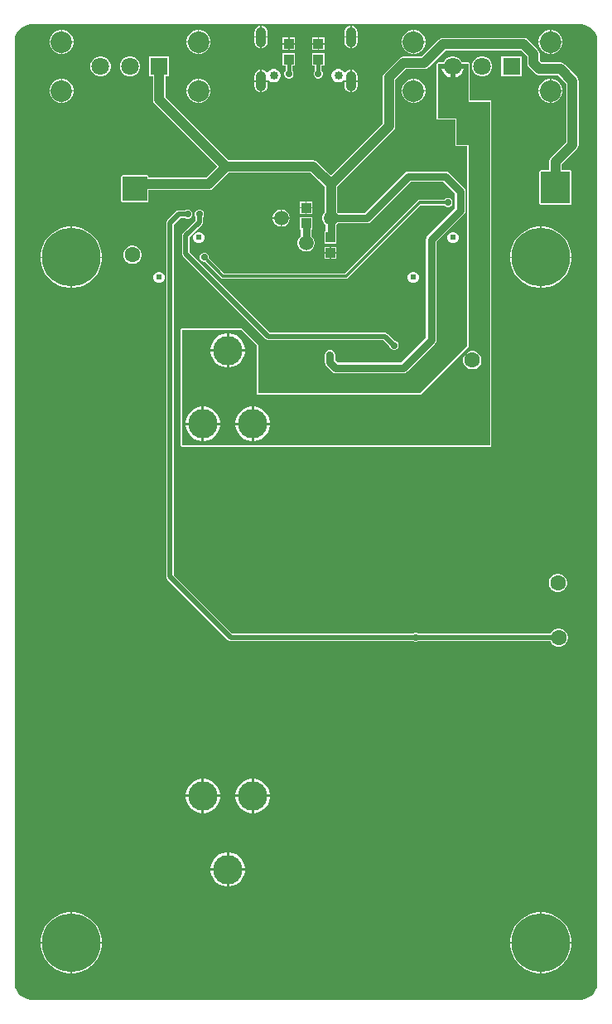
<source format=gbl>
G04*
G04 #@! TF.GenerationSoftware,Altium Limited,Altium Designer,22.2.1 (43)*
G04*
G04 Layer_Physical_Order=2*
G04 Layer_Color=16711680*
%FSLAX44Y44*%
%MOMM*%
G71*
G04*
G04 #@! TF.SameCoordinates,51408D7C-6C8F-4155-A7B7-9BEF84A0B881*
G04*
G04*
G04 #@! TF.FilePolarity,Positive*
G04*
G01*
G75*
%ADD10C,0.2540*%
%ADD11C,0.3000*%
%ADD20R,1.0000X1.0000*%
%ADD51C,0.8000*%
%ADD52C,0.5000*%
%ADD53C,1.0000*%
%ADD55C,0.4000*%
%ADD56C,1.6000*%
%ADD57C,2.2000*%
%ADD58R,1.8000X1.8000*%
%ADD59C,1.8000*%
%ADD60C,1.5000*%
%ADD61C,6.0000*%
%ADD62C,0.6096*%
%ADD63C,3.0000*%
%ADD64O,1.0500X2.0500*%
%ADD65C,0.8500*%
%ADD66C,0.7000*%
G36*
X580000Y997961D02*
X581769D01*
X585239Y997271D01*
X588508Y995917D01*
X591449Y993951D01*
X593951Y991449D01*
X595917Y988508D01*
X597271Y985239D01*
X597961Y981769D01*
X597961Y980000D01*
X597961Y20000D01*
X597961Y18231D01*
X597271Y14761D01*
X595917Y11492D01*
X593951Y8551D01*
X591449Y6049D01*
X588508Y4083D01*
X585239Y2729D01*
X581769Y2039D01*
X18231D01*
X14761Y2729D01*
X11492Y4083D01*
X8551Y6049D01*
X6049Y8551D01*
X4083Y11492D01*
X2729Y14761D01*
X2039Y18231D01*
Y20000D01*
Y980000D01*
Y981769D01*
X2729Y985239D01*
X4083Y988508D01*
X6049Y991449D01*
X8551Y993951D01*
X11492Y995917D01*
X14761Y997271D01*
X18231Y997961D01*
X20000Y997961D01*
X580000Y997961D01*
D02*
G37*
%LPC*%
G36*
X346735Y996493D02*
Y985635D01*
X352676D01*
Y990000D01*
X352452Y991702D01*
X351795Y993288D01*
X350750Y994650D01*
X349388Y995695D01*
X347802Y996352D01*
X346735Y996493D01*
D02*
G37*
G36*
X254535D02*
Y985635D01*
X260476D01*
Y990000D01*
X260252Y991702D01*
X259595Y993288D01*
X258550Y994650D01*
X257188Y995695D01*
X255602Y996352D01*
X254535Y996493D01*
D02*
G37*
G36*
X345465D02*
X344398Y996352D01*
X342812Y995695D01*
X341450Y994650D01*
X340405Y993288D01*
X339748Y991702D01*
X339524Y990000D01*
Y985635D01*
X345465D01*
Y996493D01*
D02*
G37*
G36*
X253265D02*
X252198Y996352D01*
X250612Y995695D01*
X249250Y994650D01*
X248205Y993288D01*
X247548Y991702D01*
X247324Y990000D01*
Y985635D01*
X253265D01*
Y996493D01*
D02*
G37*
G36*
X551615Y992270D02*
X550635D01*
Y980635D01*
X562270D01*
Y981615D01*
X561434Y984736D01*
X559818Y987534D01*
X557534Y989818D01*
X554736Y991434D01*
X551615Y992270D01*
D02*
G37*
G36*
X549365D02*
X548385D01*
X545264Y991434D01*
X542466Y989818D01*
X540182Y987534D01*
X538566Y984736D01*
X537730Y981615D01*
Y980635D01*
X549365D01*
Y992270D01*
D02*
G37*
G36*
X191615D02*
X190635D01*
Y980635D01*
X202270D01*
Y981615D01*
X201434Y984736D01*
X199818Y987534D01*
X197534Y989818D01*
X194736Y991434D01*
X191615Y992270D01*
D02*
G37*
G36*
X189365D02*
X188385D01*
X185264Y991434D01*
X182466Y989818D01*
X180182Y987534D01*
X178566Y984736D01*
X177730Y981615D01*
Y980635D01*
X189365D01*
Y992270D01*
D02*
G37*
G36*
X411615D02*
X410635D01*
Y980635D01*
X422270D01*
Y981615D01*
X421434Y984736D01*
X419818Y987534D01*
X417534Y989818D01*
X414736Y991434D01*
X411615Y992270D01*
D02*
G37*
G36*
X51615D02*
X50635D01*
Y980635D01*
X62270D01*
Y981615D01*
X61434Y984736D01*
X59818Y987534D01*
X57534Y989818D01*
X54736Y991434D01*
X51615Y992270D01*
D02*
G37*
G36*
X409365D02*
X408385D01*
X405264Y991434D01*
X402466Y989818D01*
X400182Y987534D01*
X398566Y984736D01*
X397730Y981615D01*
Y980635D01*
X409365D01*
Y992270D01*
D02*
G37*
G36*
X49365D02*
X48385D01*
X45264Y991434D01*
X42466Y989818D01*
X40181Y987534D01*
X38566Y984736D01*
X37730Y981615D01*
Y980635D01*
X49365D01*
Y992270D01*
D02*
G37*
G36*
X318782Y984270D02*
X313147D01*
Y978635D01*
X318782D01*
Y984270D01*
D02*
G37*
G36*
X288779D02*
X283144D01*
Y978635D01*
X288779D01*
Y984270D01*
D02*
G37*
G36*
X311877D02*
X306242D01*
Y978635D01*
X311877D01*
Y984270D01*
D02*
G37*
G36*
X281874D02*
X276239D01*
Y978635D01*
X281874D01*
Y984270D01*
D02*
G37*
G36*
X345465Y984365D02*
X339524D01*
Y980000D01*
X339748Y978298D01*
X340405Y976712D01*
X341450Y975350D01*
X342812Y974305D01*
X344398Y973648D01*
X345465Y973507D01*
Y984365D01*
D02*
G37*
G36*
X253265D02*
X247324D01*
Y980000D01*
X247548Y978298D01*
X248205Y976712D01*
X249250Y975350D01*
X250612Y974305D01*
X252198Y973648D01*
X253265Y973507D01*
Y984365D01*
D02*
G37*
G36*
X352676D02*
X346735D01*
Y973507D01*
X347802Y973648D01*
X349388Y974305D01*
X350750Y975350D01*
X351795Y976712D01*
X352452Y978298D01*
X352676Y980000D01*
Y984365D01*
D02*
G37*
G36*
X260476D02*
X254535D01*
Y973507D01*
X255602Y973648D01*
X257188Y974305D01*
X258550Y975350D01*
X259595Y976712D01*
X260252Y978298D01*
X260476Y980000D01*
Y984365D01*
D02*
G37*
G36*
X318782Y977365D02*
X313147D01*
Y971730D01*
X318782D01*
Y977365D01*
D02*
G37*
G36*
X311877D02*
X306242D01*
Y971730D01*
X311877D01*
Y977365D01*
D02*
G37*
G36*
X288779D02*
X283144D01*
Y971730D01*
X288779D01*
Y977365D01*
D02*
G37*
G36*
X281874D02*
X276239D01*
Y971730D01*
X281874D01*
Y977365D01*
D02*
G37*
G36*
X562270Y979365D02*
X550635D01*
Y967730D01*
X551615D01*
X554736Y968566D01*
X557534Y970182D01*
X559818Y972466D01*
X561434Y975264D01*
X562270Y978385D01*
Y979365D01*
D02*
G37*
G36*
X549365D02*
X537730D01*
Y978385D01*
X538566Y975264D01*
X540182Y972466D01*
X542466Y970182D01*
X545264Y968566D01*
X548385Y967730D01*
X549365D01*
Y979365D01*
D02*
G37*
G36*
X422270Y979365D02*
X410635D01*
Y967730D01*
X411615D01*
X414736Y968566D01*
X417534Y970182D01*
X419818Y972466D01*
X421434Y975264D01*
X422270Y978385D01*
Y979365D01*
D02*
G37*
G36*
X409365D02*
X397730D01*
Y978385D01*
X398566Y975264D01*
X400182Y972466D01*
X402466Y970182D01*
X405264Y968566D01*
X408385Y967730D01*
X409365D01*
Y979365D01*
D02*
G37*
G36*
X202270Y979365D02*
X190635D01*
Y967730D01*
X191615D01*
X194736Y968566D01*
X197534Y970182D01*
X199818Y972466D01*
X201434Y975264D01*
X202270Y978385D01*
Y979365D01*
D02*
G37*
G36*
X189365D02*
X177730D01*
Y978385D01*
X178566Y975264D01*
X180182Y972466D01*
X182466Y970182D01*
X185264Y968566D01*
X188385Y967730D01*
X189365D01*
Y979365D01*
D02*
G37*
G36*
X62270Y979365D02*
X50635D01*
Y967730D01*
X51615D01*
X54736Y968566D01*
X57534Y970182D01*
X59818Y972466D01*
X61434Y975264D01*
X62270Y978385D01*
Y979365D01*
D02*
G37*
G36*
X49365D02*
X37730D01*
Y978385D01*
X38566Y975264D01*
X40181Y972466D01*
X42466Y970182D01*
X45264Y968566D01*
X48385Y967730D01*
X49365D01*
Y979365D01*
D02*
G37*
G36*
X451352Y965270D02*
X448648D01*
X446036Y964570D01*
X443694Y963218D01*
X441782Y961306D01*
X440430Y958964D01*
X440406Y958875D01*
X437708D01*
X437707Y958875D01*
X437707Y958875D01*
X435000D01*
X434028Y958472D01*
X433625Y957500D01*
Y902000D01*
X434028Y901028D01*
X435000Y900625D01*
X452625D01*
Y875000D01*
X453028Y874028D01*
X454000Y873625D01*
X464625D01*
Y669569D01*
X416431Y621375D01*
X251375D01*
Y670000D01*
X251375Y670000D01*
X250972Y670972D01*
X250972Y670972D01*
X234972Y686972D01*
X234000Y687375D01*
X234000Y687375D01*
X173000Y687375D01*
X172028Y686972D01*
X171625Y686000D01*
Y568000D01*
X172028Y567028D01*
X173000Y566625D01*
X488000D01*
X488972Y567028D01*
X489375Y568000D01*
Y919000D01*
X488972Y919972D01*
X488000Y920375D01*
X467375D01*
Y957500D01*
X466972Y958472D01*
X466000Y958875D01*
X462293D01*
X462293Y958875D01*
X462292Y958875D01*
X459594D01*
X459570Y958964D01*
X458218Y961306D01*
X456306Y963218D01*
X453964Y964570D01*
X451352Y965270D01*
D02*
G37*
G36*
X267894Y952390D02*
X266106D01*
X264379Y951927D01*
X262831Y951033D01*
X261567Y949769D01*
X260862Y948549D01*
X260141Y948400D01*
X259883Y948399D01*
X259433Y948500D01*
X258550Y949650D01*
X257188Y950695D01*
X255602Y951352D01*
X254535Y951493D01*
Y940635D01*
X260476D01*
Y940788D01*
X261012Y941104D01*
X261746Y941251D01*
X262831Y940167D01*
X264379Y939273D01*
X266106Y938810D01*
X267894D01*
X269621Y939273D01*
X271169Y940167D01*
X272433Y941431D01*
X273327Y942979D01*
X273790Y944706D01*
Y946494D01*
X273327Y948221D01*
X272433Y949769D01*
X271169Y951033D01*
X269621Y951927D01*
X267894Y952390D01*
D02*
G37*
G36*
X520270Y965270D02*
X499730D01*
Y944730D01*
X520270D01*
Y965270D01*
D02*
G37*
G36*
X481352D02*
X478648D01*
X476036Y964570D01*
X473694Y963218D01*
X471782Y961306D01*
X470430Y958964D01*
X469730Y956352D01*
Y953648D01*
X470430Y951036D01*
X471782Y948694D01*
X473694Y946782D01*
X476036Y945430D01*
X478648Y944730D01*
X481352D01*
X483964Y945430D01*
X486306Y946782D01*
X488218Y948694D01*
X489570Y951036D01*
X490270Y953648D01*
Y956352D01*
X489570Y958964D01*
X488218Y961306D01*
X486306Y963218D01*
X483964Y964570D01*
X481352Y965270D01*
D02*
G37*
G36*
X121352D02*
X118648D01*
X116036Y964570D01*
X113694Y963218D01*
X111782Y961306D01*
X110430Y958964D01*
X109730Y956352D01*
Y953648D01*
X110430Y951036D01*
X111782Y948694D01*
X113694Y946782D01*
X116036Y945430D01*
X118648Y944730D01*
X121352D01*
X123964Y945430D01*
X126306Y946782D01*
X128218Y948694D01*
X129570Y951036D01*
X130270Y953648D01*
Y956352D01*
X129570Y958964D01*
X128218Y961306D01*
X126306Y963218D01*
X123964Y964570D01*
X121352Y965270D01*
D02*
G37*
G36*
X91352D02*
X88648D01*
X86036Y964570D01*
X83694Y963218D01*
X81782Y961306D01*
X80430Y958964D01*
X79730Y956352D01*
Y953648D01*
X80430Y951036D01*
X81782Y948694D01*
X83694Y946782D01*
X86036Y945430D01*
X88648Y944730D01*
X91352D01*
X93964Y945430D01*
X96306Y946782D01*
X98218Y948694D01*
X99570Y951036D01*
X100270Y953648D01*
Y956352D01*
X99570Y958964D01*
X98218Y961306D01*
X96306Y963218D01*
X93964Y964570D01*
X91352Y965270D01*
D02*
G37*
G36*
X318782Y968270D02*
X306242D01*
Y955730D01*
X309166D01*
Y950912D01*
X308456Y950202D01*
X307730Y948449D01*
Y946551D01*
X308456Y944798D01*
X309798Y943456D01*
X311551Y942730D01*
X313449D01*
X315202Y943456D01*
X316544Y944798D01*
X317270Y946551D01*
Y948449D01*
X316544Y950202D01*
X315834Y950912D01*
Y955730D01*
X318782D01*
Y968270D01*
D02*
G37*
G36*
X288779D02*
X276239D01*
Y955730D01*
X279166D01*
Y950912D01*
X278456Y950202D01*
X277730Y948449D01*
Y946551D01*
X278456Y944798D01*
X279798Y943456D01*
X281551Y942730D01*
X283449D01*
X285202Y943456D01*
X286544Y944798D01*
X287270Y946551D01*
Y948449D01*
X286544Y950202D01*
X285834Y950912D01*
Y955730D01*
X288779D01*
Y968270D01*
D02*
G37*
G36*
X346735Y951493D02*
Y940635D01*
X352676D01*
Y945000D01*
X352452Y946702D01*
X351795Y948288D01*
X350750Y949650D01*
X349388Y950695D01*
X347802Y951352D01*
X346735Y951493D01*
D02*
G37*
G36*
X333894Y952390D02*
X332106D01*
X330379Y951927D01*
X328831Y951033D01*
X327567Y949769D01*
X326673Y948221D01*
X326210Y946494D01*
Y944706D01*
X326673Y942979D01*
X327567Y941431D01*
X328831Y940167D01*
X330379Y939273D01*
X332106Y938810D01*
X333894D01*
X335621Y939273D01*
X337169Y940167D01*
X338254Y941251D01*
X338988Y941104D01*
X339524Y940788D01*
Y940635D01*
X345465D01*
Y951493D01*
X344398Y951352D01*
X342812Y950695D01*
X341450Y949650D01*
X340567Y948500D01*
X340117Y948399D01*
X339859Y948400D01*
X339138Y948549D01*
X338433Y949769D01*
X337169Y951033D01*
X335621Y951927D01*
X333894Y952390D01*
D02*
G37*
G36*
X253265Y951493D02*
X252198Y951352D01*
X250612Y950695D01*
X249250Y949650D01*
X248205Y948288D01*
X247548Y946702D01*
X247324Y945000D01*
Y940635D01*
X253265D01*
Y951493D01*
D02*
G37*
G36*
X551615Y942270D02*
X550635D01*
Y930635D01*
X562270D01*
Y931615D01*
X561434Y934736D01*
X559818Y937534D01*
X557534Y939818D01*
X554736Y941434D01*
X551615Y942270D01*
D02*
G37*
G36*
X549365D02*
X548385D01*
X545264Y941434D01*
X542466Y939818D01*
X540182Y937534D01*
X538566Y934736D01*
X537730Y931615D01*
Y930635D01*
X549365D01*
Y942270D01*
D02*
G37*
G36*
X191615D02*
X190635D01*
Y930635D01*
X202270D01*
Y931615D01*
X201434Y934736D01*
X199818Y937534D01*
X197534Y939818D01*
X194736Y941434D01*
X191615Y942270D01*
D02*
G37*
G36*
X189365D02*
X188385D01*
X185264Y941434D01*
X182466Y939818D01*
X180182Y937534D01*
X178566Y934736D01*
X177730Y931615D01*
Y930635D01*
X189365D01*
Y942270D01*
D02*
G37*
G36*
X411615D02*
X410635D01*
Y930635D01*
X422270D01*
Y931615D01*
X421434Y934736D01*
X419818Y937534D01*
X417534Y939818D01*
X414736Y941434D01*
X411615Y942270D01*
D02*
G37*
G36*
X51615D02*
X50635D01*
Y930635D01*
X62270D01*
Y931615D01*
X61434Y934736D01*
X59818Y937534D01*
X57534Y939818D01*
X54736Y941434D01*
X51615Y942270D01*
D02*
G37*
G36*
X409365D02*
X408385D01*
X405264Y941434D01*
X402466Y939818D01*
X400182Y937534D01*
X398566Y934736D01*
X397730Y931615D01*
Y930635D01*
X409365D01*
Y942270D01*
D02*
G37*
G36*
X49365D02*
X48385D01*
X45264Y941434D01*
X42466Y939818D01*
X40181Y937534D01*
X38566Y934736D01*
X37730Y931615D01*
Y930635D01*
X49365D01*
Y942270D01*
D02*
G37*
G36*
X352676Y939365D02*
X346735D01*
Y928507D01*
X347802Y928648D01*
X349388Y929305D01*
X350750Y930350D01*
X351795Y931712D01*
X352452Y933298D01*
X352676Y935000D01*
Y939365D01*
D02*
G37*
G36*
X260476D02*
X254535D01*
Y928507D01*
X255602Y928648D01*
X257188Y929305D01*
X258550Y930350D01*
X259595Y931712D01*
X260252Y933298D01*
X260476Y935000D01*
Y939365D01*
D02*
G37*
G36*
X345465D02*
X339524D01*
Y935000D01*
X339748Y933298D01*
X340405Y931712D01*
X341450Y930350D01*
X342812Y929305D01*
X344398Y928648D01*
X345465Y928507D01*
Y939365D01*
D02*
G37*
G36*
X253265D02*
X247324D01*
Y935000D01*
X247548Y933298D01*
X248205Y931712D01*
X249250Y930350D01*
X250612Y929305D01*
X252198Y928648D01*
X253265Y928507D01*
Y939365D01*
D02*
G37*
G36*
X562270Y929365D02*
X550635D01*
Y917730D01*
X551615D01*
X554736Y918566D01*
X557534Y920182D01*
X559818Y922466D01*
X561434Y925264D01*
X562270Y928385D01*
Y929365D01*
D02*
G37*
G36*
X549365D02*
X537730D01*
Y928385D01*
X538566Y925264D01*
X540182Y922466D01*
X542466Y920182D01*
X545264Y918566D01*
X548385Y917730D01*
X549365D01*
Y929365D01*
D02*
G37*
G36*
X422270Y929365D02*
X410635D01*
Y917730D01*
X411615D01*
X414736Y918566D01*
X417534Y920182D01*
X419818Y922466D01*
X421434Y925264D01*
X422270Y928385D01*
Y929365D01*
D02*
G37*
G36*
X409365D02*
X397730D01*
Y928385D01*
X398566Y925264D01*
X400182Y922466D01*
X402466Y920182D01*
X405264Y918566D01*
X408385Y917730D01*
X409365D01*
Y929365D01*
D02*
G37*
G36*
X202270Y929365D02*
X190635D01*
Y917730D01*
X191615D01*
X194736Y918566D01*
X197534Y920182D01*
X199818Y922466D01*
X201434Y925264D01*
X202270Y928385D01*
Y929365D01*
D02*
G37*
G36*
X189365D02*
X177730D01*
Y928385D01*
X178566Y925264D01*
X180182Y922466D01*
X182466Y920182D01*
X185264Y918566D01*
X188385Y917730D01*
X189365D01*
Y929365D01*
D02*
G37*
G36*
X62270Y929365D02*
X50635D01*
Y917730D01*
X51615D01*
X54736Y918566D01*
X57534Y920182D01*
X59818Y922466D01*
X61434Y925264D01*
X62270Y928385D01*
Y929365D01*
D02*
G37*
G36*
X49365D02*
X37730D01*
Y928385D01*
X38566Y925264D01*
X40181Y922466D01*
X42466Y920182D01*
X45264Y918566D01*
X48385Y917730D01*
X49365D01*
Y929365D01*
D02*
G37*
G36*
X522500Y983893D02*
X440000D01*
X437554Y983406D01*
X435480Y982020D01*
X418346Y964887D01*
X399352D01*
X396906Y964401D01*
X394832Y963015D01*
X380480Y948662D01*
X379094Y946589D01*
X378607Y944142D01*
Y896848D01*
X325400Y843641D01*
X311730Y857311D01*
X309656Y858697D01*
X307210Y859183D01*
X221189D01*
X156393Y923979D01*
Y944730D01*
X160270D01*
Y965270D01*
X139730D01*
Y944730D01*
X143607D01*
Y921331D01*
X144094Y918885D01*
X145480Y916811D01*
X209500Y852790D01*
X198103Y841393D01*
X138875D01*
Y842500D01*
X138472Y843472D01*
X137500Y843875D01*
X112500D01*
X111528Y843472D01*
X111125Y842500D01*
Y817500D01*
X111528Y816528D01*
X112500Y816125D01*
X137500D01*
X138472Y816528D01*
X138875Y817500D01*
Y828607D01*
X200751D01*
X203197Y829094D01*
X205271Y830480D01*
X221189Y846397D01*
X304562D01*
X319007Y831952D01*
Y806010D01*
X318382Y805385D01*
X317228Y803385D01*
X316630Y801155D01*
Y798845D01*
X317228Y796615D01*
X318382Y794615D01*
X320015Y792982D01*
X320027Y792976D01*
Y786770D01*
X318730D01*
Y774230D01*
X331270D01*
Y786770D01*
X330773D01*
Y792976D01*
X330785Y792982D01*
X332418Y794615D01*
X332425Y794627D01*
X362397D01*
X364453Y795036D01*
X366197Y796200D01*
X407123Y837127D01*
X440274D01*
X452377Y825024D01*
Y809976D01*
X424311Y781909D01*
X423146Y780166D01*
X422737Y778110D01*
Y677836D01*
X397274Y652373D01*
X332476D01*
X329873Y654976D01*
Y660250D01*
X329464Y662306D01*
X328299Y664049D01*
X326556Y665214D01*
X324500Y665623D01*
X322444Y665214D01*
X320701Y664049D01*
X319536Y662306D01*
X319127Y660250D01*
Y652750D01*
X319536Y650694D01*
X320701Y648951D01*
X326451Y643201D01*
X328194Y642036D01*
X330250Y641627D01*
X399500D01*
X401556Y642036D01*
X403299Y643201D01*
X431910Y671811D01*
X433074Y673554D01*
X433483Y675610D01*
Y775884D01*
X461549Y803951D01*
X462714Y805694D01*
X463123Y807750D01*
Y827250D01*
X462714Y829306D01*
X461549Y831049D01*
X446300Y846300D01*
X444556Y847464D01*
X442500Y847873D01*
X404897D01*
X402841Y847464D01*
X401098Y846300D01*
X360171Y805373D01*
X332425D01*
X332418Y805385D01*
X331793Y806010D01*
Y831952D01*
X389520Y889680D01*
X390906Y891754D01*
X391393Y894200D01*
Y941494D01*
X402000Y952102D01*
X420994D01*
X423441Y952588D01*
X425515Y953974D01*
X442648Y971107D01*
X519852D01*
X526107Y964852D01*
Y958358D01*
X526594Y955911D01*
X527980Y953838D01*
X533838Y947980D01*
X535911Y946594D01*
X538358Y946107D01*
X557352D01*
X566107Y937352D01*
Y877648D01*
X550480Y862020D01*
X549094Y859946D01*
X548607Y857500D01*
Y848875D01*
X540000D01*
X539028Y848472D01*
X538625Y847500D01*
Y815000D01*
X539028Y814028D01*
X540000Y813625D01*
X570000D01*
X570972Y814028D01*
X571375Y815000D01*
Y847500D01*
X570972Y848472D01*
X570000Y848875D01*
X561393D01*
Y854852D01*
X577020Y870480D01*
X578406Y872554D01*
X578893Y875000D01*
Y940000D01*
X578406Y942447D01*
X577020Y944520D01*
X564520Y957020D01*
X562446Y958406D01*
X560000Y958893D01*
X541006D01*
X538893Y961006D01*
Y967500D01*
X538406Y969946D01*
X537020Y972020D01*
X527020Y982020D01*
X524946Y983406D01*
X522500Y983893D01*
D02*
G37*
G36*
X306270Y816870D02*
X300635D01*
Y811235D01*
X306270D01*
Y816870D01*
D02*
G37*
G36*
X299365D02*
X293730D01*
Y811235D01*
X299365D01*
Y816870D01*
D02*
G37*
G36*
X445949Y820770D02*
X444051D01*
X442298Y820044D01*
X441078Y818824D01*
X416000D01*
X414919Y818609D01*
X414003Y817997D01*
X414003Y817997D01*
X339580Y743574D01*
X216420D01*
X200770Y759224D01*
Y760949D01*
X200044Y762702D01*
X198702Y764044D01*
X196949Y764770D01*
X195051D01*
X193298Y764044D01*
X191956Y762702D01*
X191230Y760949D01*
Y759051D01*
X191956Y757298D01*
X193298Y755956D01*
X195051Y755230D01*
X196776D01*
X213253Y738753D01*
X213253Y738753D01*
X214169Y738141D01*
X215250Y737926D01*
X215250Y737926D01*
X340750D01*
X340750Y737926D01*
X341831Y738141D01*
X342747Y738753D01*
X417170Y813176D01*
X441078D01*
X442298Y811956D01*
X444051Y811230D01*
X445949D01*
X447702Y811956D01*
X449044Y813298D01*
X449770Y815051D01*
Y816949D01*
X449044Y818702D01*
X447702Y820044D01*
X445949Y820770D01*
D02*
G37*
G36*
X179949Y808770D02*
X178051D01*
X176298Y808044D01*
X176098Y807844D01*
X169750D01*
X169750Y807844D01*
X168279Y807551D01*
X167032Y806718D01*
X167032Y806718D01*
X158282Y797968D01*
X157449Y796721D01*
X157156Y795250D01*
X157156Y795250D01*
Y434000D01*
X157156Y434000D01*
X157449Y432529D01*
X158282Y431282D01*
X220282Y369282D01*
X220282Y369282D01*
X221529Y368449D01*
X223000Y368156D01*
X223000Y368156D01*
X409098D01*
X409298Y367956D01*
X411051Y367230D01*
X412949D01*
X414533Y367886D01*
X549785D01*
X550852Y366038D01*
X552578Y364312D01*
X554692Y363092D01*
X557050Y362460D01*
X559490D01*
X561848Y363092D01*
X563962Y364312D01*
X565688Y366038D01*
X566908Y368152D01*
X567540Y370510D01*
Y372950D01*
X566908Y375308D01*
X565688Y377422D01*
X563962Y379148D01*
X561848Y380368D01*
X559490Y381000D01*
X557050D01*
X554692Y380368D01*
X552578Y379148D01*
X550852Y377422D01*
X549785Y375574D01*
X415172D01*
X414702Y376044D01*
X412949Y376770D01*
X411051D01*
X409298Y376044D01*
X409098Y375844D01*
X224592D01*
X164844Y435592D01*
Y793658D01*
X171342Y800156D01*
X176098D01*
X176298Y799956D01*
X178051Y799230D01*
X179949D01*
X181702Y799956D01*
X183044Y801298D01*
X183770Y803051D01*
Y804949D01*
X183044Y806702D01*
X181702Y808044D01*
X179949Y808770D01*
D02*
G37*
G36*
X306270Y809965D02*
X300635D01*
Y804330D01*
X306270D01*
Y809965D01*
D02*
G37*
G36*
X299365D02*
X293730D01*
Y804330D01*
X299365D01*
Y809965D01*
D02*
G37*
G36*
X275755Y808770D02*
X275235D01*
Y800635D01*
X283370D01*
Y801155D01*
X282772Y803385D01*
X281618Y805385D01*
X279985Y807018D01*
X277985Y808172D01*
X275755Y808770D01*
D02*
G37*
G36*
X273965D02*
X273445D01*
X271215Y808172D01*
X269215Y807018D01*
X267582Y805385D01*
X266428Y803385D01*
X265830Y801155D01*
Y800635D01*
X273965D01*
Y808770D01*
D02*
G37*
G36*
X283370Y799365D02*
X275235D01*
Y791230D01*
X275755D01*
X277985Y791828D01*
X279985Y792982D01*
X281618Y794615D01*
X282772Y796615D01*
X283370Y798845D01*
Y799365D01*
D02*
G37*
G36*
X273965D02*
X265830D01*
Y798845D01*
X266428Y796615D01*
X267582Y794615D01*
X269215Y792982D01*
X271215Y791828D01*
X273445Y791230D01*
X273965D01*
Y799365D01*
D02*
G37*
G36*
X191432Y785908D02*
X189208D01*
X187155Y785057D01*
X185583Y783485D01*
X184732Y781432D01*
Y779209D01*
X185583Y777155D01*
X187155Y775583D01*
X189208Y774732D01*
X191432D01*
X193485Y775583D01*
X195057Y777155D01*
X195908Y779209D01*
Y781432D01*
X195057Y783485D01*
X193485Y785057D01*
X191432Y785908D01*
D02*
G37*
G36*
X451432Y785908D02*
X449208D01*
X447155Y785057D01*
X445583Y783485D01*
X444732Y781432D01*
Y779208D01*
X445583Y777155D01*
X447155Y775583D01*
X449208Y774732D01*
X451432D01*
X453485Y775583D01*
X455057Y777155D01*
X455908Y779208D01*
Y781432D01*
X455057Y783485D01*
X453485Y785057D01*
X451432Y785908D01*
D02*
G37*
G36*
X306270Y800870D02*
X293730D01*
Y788330D01*
X294627D01*
Y781624D01*
X294615Y781618D01*
X292982Y779985D01*
X291828Y777985D01*
X291230Y775755D01*
Y773445D01*
X291828Y771215D01*
X292982Y769215D01*
X294615Y767582D01*
X296615Y766428D01*
X298845Y765830D01*
X301155D01*
X303385Y766428D01*
X305385Y767582D01*
X307018Y769215D01*
X308172Y771215D01*
X308770Y773445D01*
Y775755D01*
X308172Y777985D01*
X307018Y779985D01*
X305385Y781618D01*
X305373Y781624D01*
Y788330D01*
X306270D01*
Y800870D01*
D02*
G37*
G36*
X331270Y770770D02*
X325635D01*
Y765135D01*
X331270D01*
Y770770D01*
D02*
G37*
G36*
X324365D02*
X318730D01*
Y765135D01*
X324365D01*
Y770770D01*
D02*
G37*
G36*
X542461Y791270D02*
X540635D01*
Y760635D01*
X571270D01*
Y762461D01*
X570500Y767322D01*
X568979Y772003D01*
X566744Y776389D01*
X563851Y780371D01*
X560371Y783851D01*
X556389Y786745D01*
X552004Y788979D01*
X547322Y790500D01*
X542461Y791270D01*
D02*
G37*
G36*
X539365D02*
X537539D01*
X532678Y790500D01*
X527996Y788979D01*
X523611Y786745D01*
X519629Y783851D01*
X516149Y780371D01*
X513256Y776389D01*
X511021Y772003D01*
X509500Y767322D01*
X508730Y762461D01*
Y760635D01*
X539365D01*
Y791270D01*
D02*
G37*
G36*
X62461D02*
X60635D01*
Y760635D01*
X91270D01*
Y762461D01*
X90500Y767322D01*
X88979Y772003D01*
X86744Y776389D01*
X83851Y780371D01*
X80371Y783851D01*
X76389Y786745D01*
X72003Y788979D01*
X67322Y790500D01*
X62461Y791270D01*
D02*
G37*
G36*
X59365D02*
X57539D01*
X52678Y790500D01*
X47997Y788979D01*
X43611Y786745D01*
X39629Y783851D01*
X36149Y780371D01*
X33256Y776389D01*
X31021Y772003D01*
X29500Y767322D01*
X28730Y762461D01*
Y760635D01*
X59365D01*
Y791270D01*
D02*
G37*
G36*
X331270Y763865D02*
X325635D01*
Y758230D01*
X331270D01*
Y763865D01*
D02*
G37*
G36*
X324365D02*
X318730D01*
Y758230D01*
X324365D01*
Y763865D01*
D02*
G37*
G36*
X123720Y771770D02*
X121280D01*
X118922Y771138D01*
X116808Y769918D01*
X115082Y768192D01*
X113862Y766078D01*
X113230Y763720D01*
Y761280D01*
X113862Y758922D01*
X115082Y756808D01*
X116808Y755082D01*
X118922Y753862D01*
X121280Y753230D01*
X123720D01*
X126078Y753862D01*
X128192Y755082D01*
X129918Y756808D01*
X131138Y758922D01*
X131770Y761280D01*
Y763720D01*
X131138Y766078D01*
X129918Y768192D01*
X128192Y769918D01*
X126078Y771138D01*
X123720Y771770D01*
D02*
G37*
G36*
X150792Y745268D02*
X148568D01*
X146515Y744417D01*
X144943Y742845D01*
X144092Y740791D01*
Y738568D01*
X144943Y736515D01*
X146515Y734943D01*
X148568Y734092D01*
X150792D01*
X152845Y734943D01*
X154417Y736515D01*
X155268Y738568D01*
Y740791D01*
X154417Y742845D01*
X152845Y744417D01*
X150792Y745268D01*
D02*
G37*
G36*
X410792Y745268D02*
X408568D01*
X406515Y744417D01*
X404943Y742845D01*
X404092Y740791D01*
Y738568D01*
X404943Y736515D01*
X406515Y734943D01*
X408568Y734092D01*
X410792D01*
X412845Y734943D01*
X414417Y736515D01*
X415268Y738568D01*
Y740791D01*
X414417Y742845D01*
X412845Y744417D01*
X410792Y745268D01*
D02*
G37*
G36*
X571270Y759365D02*
X540635D01*
Y728730D01*
X542461D01*
X547322Y729500D01*
X552004Y731021D01*
X556389Y733255D01*
X560371Y736149D01*
X563851Y739629D01*
X566744Y743611D01*
X568979Y747997D01*
X570500Y752678D01*
X571270Y757539D01*
Y759365D01*
D02*
G37*
G36*
X539365D02*
X508730D01*
Y757539D01*
X509500Y752678D01*
X511021Y747997D01*
X513256Y743611D01*
X516149Y739629D01*
X519629Y736149D01*
X523611Y733255D01*
X527996Y731021D01*
X532678Y729500D01*
X537539Y728730D01*
X539365D01*
Y759365D01*
D02*
G37*
G36*
X91270D02*
X60635D01*
Y728730D01*
X62461D01*
X67322Y729500D01*
X72003Y731021D01*
X76389Y733255D01*
X80371Y736149D01*
X83851Y739629D01*
X86744Y743611D01*
X88979Y747997D01*
X90500Y752678D01*
X91270Y757539D01*
Y759365D01*
D02*
G37*
G36*
X59365D02*
X28730D01*
Y757539D01*
X29500Y752678D01*
X31021Y747997D01*
X33256Y743611D01*
X36149Y739629D01*
X39629Y736149D01*
X43611Y733255D01*
X47997Y731021D01*
X52678Y729500D01*
X57539Y728730D01*
X59365D01*
Y759365D01*
D02*
G37*
G36*
X191949Y808770D02*
X190051D01*
X188298Y808044D01*
X186956Y806702D01*
X186230Y804949D01*
Y803051D01*
X186956Y801298D01*
X187156Y801098D01*
Y797842D01*
X174282Y784968D01*
X173449Y783721D01*
X173156Y782250D01*
X173156Y782250D01*
Y764000D01*
X173156Y764000D01*
X173449Y762529D01*
X174282Y761282D01*
X259032Y676532D01*
X259032Y676532D01*
X260279Y675699D01*
X261750Y675406D01*
X261750Y675406D01*
X379158D01*
X385230Y669334D01*
Y669051D01*
X385956Y667298D01*
X387298Y665956D01*
X389051Y665230D01*
X390949D01*
X392702Y665956D01*
X394044Y667298D01*
X394770Y669051D01*
Y670949D01*
X394044Y672702D01*
X392702Y674044D01*
X390949Y674770D01*
X390666D01*
X383468Y681968D01*
X382221Y682801D01*
X380750Y683094D01*
X380750Y683094D01*
X263342D01*
X180844Y765592D01*
Y780658D01*
X193718Y793532D01*
X193718Y793532D01*
X194551Y794779D01*
X194844Y796250D01*
X194844Y796250D01*
Y801098D01*
X195044Y801298D01*
X195770Y803051D01*
Y804949D01*
X195044Y806702D01*
X193702Y808044D01*
X191949Y808770D01*
D02*
G37*
G36*
X558720Y436770D02*
X556280D01*
X553922Y436138D01*
X551808Y434918D01*
X550082Y433192D01*
X548862Y431078D01*
X548230Y428720D01*
Y426280D01*
X548862Y423922D01*
X550082Y421808D01*
X551808Y420082D01*
X553922Y418862D01*
X556280Y418230D01*
X558720D01*
X561078Y418862D01*
X563192Y420082D01*
X564918Y421808D01*
X566138Y423922D01*
X566770Y426280D01*
Y428720D01*
X566138Y431078D01*
X564918Y433192D01*
X563192Y434918D01*
X561078Y436138D01*
X558720Y436770D01*
D02*
G37*
G36*
X196227Y227540D02*
X195770D01*
Y211270D01*
X212040D01*
Y211728D01*
X211366Y215116D01*
X210044Y218308D01*
X208124Y221181D01*
X205681Y223624D01*
X202808Y225544D01*
X199616Y226866D01*
X196227Y227540D01*
D02*
G37*
G36*
X247227D02*
X246770D01*
Y211270D01*
X263040D01*
Y211728D01*
X262366Y215116D01*
X261044Y218308D01*
X259124Y221181D01*
X256681Y223624D01*
X253808Y225544D01*
X250616Y226866D01*
X247227Y227540D01*
D02*
G37*
G36*
X193230D02*
X192773D01*
X189384Y226866D01*
X186192Y225544D01*
X183319Y223624D01*
X180876Y221181D01*
X178956Y218308D01*
X177634Y215116D01*
X176960Y211728D01*
Y211270D01*
X193230D01*
Y227540D01*
D02*
G37*
G36*
X244230D02*
X243773D01*
X240384Y226866D01*
X237192Y225544D01*
X234319Y223624D01*
X231876Y221181D01*
X229956Y218308D01*
X228634Y215116D01*
X227960Y211728D01*
Y211270D01*
X244230D01*
Y227540D01*
D02*
G37*
G36*
X263040Y208730D02*
X246770D01*
Y192460D01*
X247227D01*
X250616Y193134D01*
X253808Y194456D01*
X256681Y196376D01*
X259124Y198819D01*
X261044Y201692D01*
X262366Y204884D01*
X263040Y208272D01*
Y208730D01*
D02*
G37*
G36*
X244230D02*
X227960D01*
Y208272D01*
X228634Y204884D01*
X229956Y201692D01*
X231876Y198819D01*
X234319Y196376D01*
X237192Y194456D01*
X240384Y193134D01*
X243773Y192460D01*
X244230D01*
Y208730D01*
D02*
G37*
G36*
X212040D02*
X195770D01*
Y192460D01*
X196227D01*
X199616Y193134D01*
X202808Y194456D01*
X205681Y196376D01*
X208124Y198819D01*
X210044Y201692D01*
X211366Y204884D01*
X212040Y208272D01*
Y208730D01*
D02*
G37*
G36*
X193230D02*
X176960D01*
Y208272D01*
X177634Y204884D01*
X178956Y201692D01*
X180876Y198819D01*
X183319Y196376D01*
X186192Y194456D01*
X189384Y193134D01*
X192773Y192460D01*
X193230D01*
Y208730D01*
D02*
G37*
G36*
X221728Y152540D02*
X221270D01*
Y136270D01*
X237540D01*
Y136728D01*
X236866Y140116D01*
X235544Y143308D01*
X233624Y146181D01*
X231181Y148624D01*
X228308Y150544D01*
X225116Y151866D01*
X221728Y152540D01*
D02*
G37*
G36*
X218730D02*
X218272D01*
X214884Y151866D01*
X211692Y150544D01*
X208819Y148624D01*
X206376Y146181D01*
X204456Y143308D01*
X203134Y140116D01*
X202460Y136728D01*
Y136270D01*
X218730D01*
Y152540D01*
D02*
G37*
G36*
X237540Y133730D02*
X221270D01*
Y117460D01*
X221728D01*
X225116Y118134D01*
X228308Y119456D01*
X231181Y121376D01*
X233624Y123819D01*
X235544Y126692D01*
X236866Y129884D01*
X237540Y133272D01*
Y133730D01*
D02*
G37*
G36*
X218730D02*
X202460D01*
Y133272D01*
X203134Y129884D01*
X204456Y126692D01*
X206376Y123819D01*
X208819Y121376D01*
X211692Y119456D01*
X214884Y118134D01*
X218272Y117460D01*
X218730D01*
Y133730D01*
D02*
G37*
G36*
X542461Y91270D02*
X540635D01*
Y60635D01*
X571270D01*
Y62461D01*
X570500Y67322D01*
X568979Y72003D01*
X566744Y76389D01*
X563851Y80371D01*
X560371Y83851D01*
X556389Y86744D01*
X552004Y88979D01*
X547322Y90500D01*
X542461Y91270D01*
D02*
G37*
G36*
X539365D02*
X537539D01*
X532678Y90500D01*
X527996Y88979D01*
X523611Y86744D01*
X519629Y83851D01*
X516149Y80371D01*
X513256Y76389D01*
X511021Y72003D01*
X509500Y67322D01*
X508730Y62461D01*
Y60635D01*
X539365D01*
Y91270D01*
D02*
G37*
G36*
X62461Y91270D02*
X60635D01*
Y60635D01*
X91270D01*
Y62461D01*
X90500Y67322D01*
X88979Y72003D01*
X86744Y76389D01*
X83851Y80371D01*
X80371Y83851D01*
X76389Y86744D01*
X72003Y88979D01*
X67322Y90500D01*
X62461Y91270D01*
D02*
G37*
G36*
X59365D02*
X57539D01*
X52678Y90500D01*
X47997Y88979D01*
X43611Y86744D01*
X39629Y83851D01*
X36149Y80371D01*
X33256Y76389D01*
X31021Y72003D01*
X29500Y67322D01*
X28730Y62461D01*
Y60635D01*
X59365D01*
Y91270D01*
D02*
G37*
G36*
X571270Y59365D02*
X540635D01*
Y28730D01*
X542461D01*
X547322Y29500D01*
X552004Y31021D01*
X556389Y33256D01*
X560371Y36149D01*
X563851Y39629D01*
X566744Y43611D01*
X568979Y47997D01*
X570500Y52678D01*
X571270Y57539D01*
Y59365D01*
D02*
G37*
G36*
X539365D02*
X508730D01*
Y57539D01*
X509500Y52678D01*
X511021Y47997D01*
X513256Y43611D01*
X516149Y39629D01*
X519629Y36149D01*
X523611Y33256D01*
X527996Y31021D01*
X532678Y29500D01*
X537539Y28730D01*
X539365D01*
Y59365D01*
D02*
G37*
G36*
X91270Y59365D02*
X60635D01*
Y28730D01*
X62461D01*
X67322Y29500D01*
X72003Y31021D01*
X76389Y33256D01*
X80371Y36149D01*
X83851Y39629D01*
X86744Y43611D01*
X88979Y47997D01*
X90500Y52678D01*
X91270Y57539D01*
Y59365D01*
D02*
G37*
G36*
X59365D02*
X28730D01*
Y57539D01*
X29500Y52678D01*
X31021Y47997D01*
X33256Y43611D01*
X36149Y39629D01*
X39629Y36149D01*
X43611Y33256D01*
X47997Y31021D01*
X52678Y29500D01*
X57539Y28730D01*
X59365D01*
Y59365D01*
D02*
G37*
%LPD*%
G36*
X466000Y919000D02*
X488000D01*
Y568000D01*
X173000D01*
Y686000D01*
X234000Y686000D01*
X250000Y670000D01*
Y620000D01*
X417000D01*
X466000Y669000D01*
Y875000D01*
X454000D01*
Y902000D01*
X435000D01*
Y957500D01*
X437707D01*
X437707Y957500D01*
X450000D01*
X462293D01*
X462293Y957500D01*
X466000D01*
Y919000D01*
D02*
G37*
%LPC*%
G36*
X461277Y952500D02*
X452500D01*
Y943723D01*
X454454Y944246D01*
X457086Y945766D01*
X459234Y947914D01*
X460754Y950546D01*
X461277Y952500D01*
D02*
G37*
G36*
X447500D02*
X438723D01*
X439246Y950546D01*
X440766Y947914D01*
X442914Y945766D01*
X445546Y944246D01*
X447500Y943723D01*
Y952500D01*
D02*
G37*
G36*
X221728Y682540D02*
X221270D01*
Y666270D01*
X237540D01*
Y666728D01*
X236866Y670116D01*
X235544Y673308D01*
X233624Y676181D01*
X231181Y678624D01*
X228308Y680544D01*
X225116Y681866D01*
X221728Y682540D01*
D02*
G37*
G36*
X218730D02*
X218272D01*
X214884Y681866D01*
X211692Y680544D01*
X208819Y678624D01*
X206376Y676181D01*
X204456Y673308D01*
X203134Y670116D01*
X202460Y666728D01*
Y666270D01*
X218730D01*
Y682540D01*
D02*
G37*
G36*
X237540Y663730D02*
X221270D01*
Y647460D01*
X221728D01*
X225116Y648134D01*
X228308Y649456D01*
X231181Y651376D01*
X233624Y653819D01*
X235544Y656692D01*
X236866Y659884D01*
X237540Y663272D01*
Y663730D01*
D02*
G37*
G36*
X218730D02*
X202460D01*
Y663272D01*
X203134Y659884D01*
X204456Y656692D01*
X206376Y653819D01*
X208819Y651376D01*
X211692Y649456D01*
X214884Y648134D01*
X218272Y647460D01*
X218730D01*
Y663730D01*
D02*
G37*
G36*
X471220Y664270D02*
X468780D01*
X466422Y663638D01*
X464308Y662418D01*
X462582Y660692D01*
X461362Y658578D01*
X460730Y656220D01*
Y653780D01*
X461362Y651422D01*
X462582Y649308D01*
X464308Y647582D01*
X466422Y646362D01*
X468780Y645730D01*
X471220D01*
X473578Y646362D01*
X475692Y647582D01*
X477418Y649308D01*
X478638Y651422D01*
X479270Y653780D01*
Y656220D01*
X478638Y658578D01*
X477418Y660692D01*
X475692Y662418D01*
X473578Y663638D01*
X471220Y664270D01*
D02*
G37*
G36*
X247227Y607540D02*
X246770D01*
Y591270D01*
X263040D01*
Y591727D01*
X262366Y595116D01*
X261044Y598308D01*
X259124Y601181D01*
X256681Y603624D01*
X253808Y605544D01*
X250616Y606866D01*
X247227Y607540D01*
D02*
G37*
G36*
X196227D02*
X195770D01*
Y591270D01*
X212040D01*
Y591727D01*
X211366Y595116D01*
X210044Y598308D01*
X208124Y601181D01*
X205681Y603624D01*
X202808Y605544D01*
X199616Y606866D01*
X196227Y607540D01*
D02*
G37*
G36*
X244230D02*
X243773D01*
X240384Y606866D01*
X237192Y605544D01*
X234319Y603624D01*
X231876Y601181D01*
X229956Y598308D01*
X228634Y595116D01*
X227960Y591727D01*
Y591270D01*
X244230D01*
Y607540D01*
D02*
G37*
G36*
X193230D02*
X192773D01*
X189384Y606866D01*
X186192Y605544D01*
X183319Y603624D01*
X180876Y601181D01*
X178956Y598308D01*
X177634Y595116D01*
X176960Y591727D01*
Y591270D01*
X193230D01*
Y607540D01*
D02*
G37*
G36*
X263040Y588730D02*
X246770D01*
Y572460D01*
X247227D01*
X250616Y573134D01*
X253808Y574456D01*
X256681Y576376D01*
X259124Y578819D01*
X261044Y581692D01*
X262366Y584884D01*
X263040Y588273D01*
Y588730D01*
D02*
G37*
G36*
X244230D02*
X227960D01*
Y588273D01*
X228634Y584884D01*
X229956Y581692D01*
X231876Y578819D01*
X234319Y576376D01*
X237192Y574456D01*
X240384Y573134D01*
X243773Y572460D01*
X244230D01*
Y588730D01*
D02*
G37*
G36*
X212040D02*
X195770D01*
Y572460D01*
X196227D01*
X199616Y573134D01*
X202808Y574456D01*
X205681Y576376D01*
X208124Y578819D01*
X210044Y581692D01*
X211366Y584884D01*
X212040Y588273D01*
Y588730D01*
D02*
G37*
G36*
X193230D02*
X176960D01*
Y588273D01*
X177634Y584884D01*
X178956Y581692D01*
X180876Y578819D01*
X183319Y576376D01*
X186192Y574456D01*
X189384Y573134D01*
X192773Y572460D01*
X193230D01*
Y588730D01*
D02*
G37*
%LPD*%
G36*
X137500Y817500D02*
X112500D01*
Y842500D01*
X137500D01*
Y817500D01*
D02*
G37*
G36*
X570000Y815000D02*
X540000D01*
Y847500D01*
X570000D01*
Y815000D01*
D02*
G37*
D10*
X282500Y961991D02*
X282509Y962000D01*
D11*
X215250Y740750D02*
X340750D01*
X196000Y760000D02*
X215250Y740750D01*
X340750D02*
X416000Y816000D01*
X445000D01*
D20*
X312512Y962000D02*
D03*
Y978000D02*
D03*
X282509Y962000D02*
D03*
Y978000D02*
D03*
X300000Y794600D02*
D03*
Y810600D02*
D03*
X325000Y780500D02*
D03*
Y764500D02*
D03*
D51*
X330250Y647000D02*
X399500D01*
X324500Y652750D02*
Y660250D01*
Y652750D02*
X330250Y647000D01*
X399500D02*
X428110Y675610D01*
Y778110D01*
X457750Y807750D02*
Y827250D01*
X428110Y778110D02*
X457750Y807750D01*
X442500Y842500D02*
X457750Y827250D01*
X325400Y780900D02*
Y800000D01*
X362397D01*
X404897Y842500D01*
X442500D01*
X300000Y774600D02*
Y794600D01*
D52*
X177000Y764000D02*
Y782250D01*
X191000Y796250D02*
Y804000D01*
X177000Y782250D02*
X191000Y796250D01*
X161000Y434000D02*
Y795250D01*
X169750Y804000D02*
X179000D01*
X161000Y795250D02*
X169750Y804000D01*
X177000Y764000D02*
X261750Y679250D01*
X380750D02*
X390000Y670000D01*
X261750Y679250D02*
X380750D01*
X161000Y434000D02*
X223000Y372000D01*
X412000D01*
X412270Y371730D02*
X558270D01*
X412000Y372000D02*
X412270Y371730D01*
D53*
X555000Y830000D02*
Y857500D01*
X532500Y958358D02*
Y967500D01*
Y958358D02*
X538358Y952500D01*
X560000D02*
X572500Y940000D01*
X538358Y952500D02*
X560000D01*
X572500Y875000D02*
Y940000D01*
X555000Y857500D02*
X572500Y875000D01*
X440000Y977500D02*
X522500D01*
X532500Y967500D01*
X399352Y958494D02*
X420994D01*
X440000Y977500D01*
X385000Y894200D02*
Y944142D01*
X399352Y958494D01*
X135000Y835000D02*
X200751D01*
X325400Y834600D02*
X385000Y894200D01*
X200751Y835000D02*
X218541Y852790D01*
X325400Y800000D02*
Y834600D01*
X218541Y852790D02*
X307210D01*
X325400Y834600D01*
X150000Y921331D02*
X218541Y852790D01*
X150000Y921331D02*
Y955000D01*
D55*
X312500Y947500D02*
Y964491D01*
X282500Y947500D02*
Y961991D01*
D56*
X470000Y655000D02*
D03*
X122500Y762500D02*
D03*
X558270Y371730D02*
D03*
X557500Y427500D02*
D03*
D57*
X50000Y930000D02*
D03*
X190000D02*
D03*
Y980000D02*
D03*
X50000D02*
D03*
X410000Y930000D02*
D03*
X550000D02*
D03*
Y980000D02*
D03*
X410000D02*
D03*
D58*
X150000Y955000D02*
D03*
X510000D02*
D03*
D59*
X90000D02*
D03*
X120000D02*
D03*
X450000D02*
D03*
X480000D02*
D03*
D60*
X274600Y800000D02*
D03*
X300000Y774600D02*
D03*
X325400Y800000D02*
D03*
D61*
X540000Y760000D02*
D03*
X60000D02*
D03*
X540000Y60000D02*
D03*
X60000Y60000D02*
D03*
D62*
X450320Y780320D02*
D03*
X409680Y739680D02*
D03*
X190320Y780320D02*
D03*
X149680Y739680D02*
D03*
D63*
X220000Y135000D02*
D03*
X194500Y210000D02*
D03*
X245500D02*
D03*
X220000Y665000D02*
D03*
X245500Y590000D02*
D03*
X194500D02*
D03*
D64*
X346100Y940000D02*
D03*
X253900D02*
D03*
Y985000D02*
D03*
X346100D02*
D03*
D65*
X333000Y945600D02*
D03*
X267000D02*
D03*
D66*
X324500Y660250D02*
D03*
X179000Y804000D02*
D03*
X380000Y839000D02*
D03*
X445000Y816000D02*
D03*
X562500Y840000D02*
D03*
X547500D02*
D03*
X412000Y372000D02*
D03*
X117500Y837500D02*
D03*
X562500Y825000D02*
D03*
X547500D02*
D03*
X528658Y496342D02*
D03*
X478658Y446342D02*
D03*
X132500Y822500D02*
D03*
X75000Y625000D02*
D03*
X475000Y525000D02*
D03*
X325000D02*
D03*
X175000D02*
D03*
X450000Y75000D02*
D03*
X300000D02*
D03*
X150000D02*
D03*
X325000Y450000D02*
D03*
X175000D02*
D03*
X475000Y275000D02*
D03*
X325000D02*
D03*
X175000D02*
D03*
X525000Y200000D02*
D03*
Y350000D02*
D03*
X75000Y500000D02*
D03*
Y350000D02*
D03*
Y200000D02*
D03*
X191000Y804000D02*
D03*
X390000Y670000D02*
D03*
X196000Y760000D02*
D03*
X312500Y947500D02*
D03*
X282500D02*
D03*
M02*

</source>
